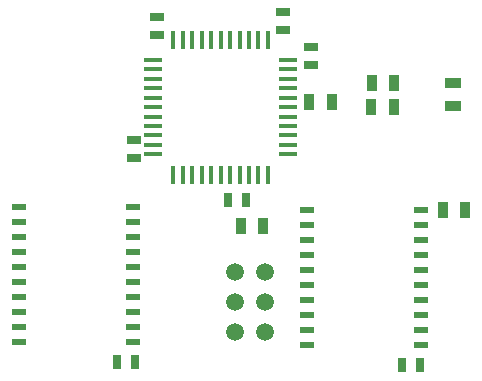
<source format=gbp>
G04 (created by PCBNEW-RS274X (2012-07-14 BZR 3647)-testing) date Sun 15 Jul 2012 11:18:50 PM EEST*
%MOIN*%
G04 Gerber Fmt 3.4, Leading zero omitted, Abs format*
%FSLAX34Y34*%
G01*
G70*
G90*
G04 APERTURE LIST*
%ADD10C,0.006*%
%ADD11R,0.05X0.02*%
%ADD12R,0.035X0.055*%
%ADD13R,0.025X0.045*%
%ADD14R,0.045X0.025*%
%ADD15R,0.016X0.06*%
%ADD16R,0.06X0.016*%
%ADD17R,0.055X0.035*%
%ADD18C,0.0591*%
G04 APERTURE END LIST*
G54D10*
G54D11*
X66172Y-65644D03*
X66172Y-66144D03*
X66172Y-66644D03*
X66172Y-67144D03*
X66172Y-67644D03*
X66172Y-68144D03*
X66172Y-68644D03*
X66172Y-69144D03*
X66172Y-69644D03*
X66172Y-70144D03*
X62372Y-70144D03*
X62372Y-69644D03*
X62372Y-69144D03*
X62372Y-68644D03*
X62372Y-68144D03*
X62372Y-67644D03*
X62372Y-67144D03*
X62372Y-66644D03*
X62372Y-66144D03*
X62372Y-65644D03*
X56585Y-65545D03*
X56585Y-66045D03*
X56585Y-66545D03*
X56585Y-67045D03*
X56585Y-67545D03*
X56585Y-68045D03*
X56585Y-68545D03*
X56585Y-69045D03*
X56585Y-69545D03*
X56585Y-70045D03*
X52785Y-70045D03*
X52785Y-69545D03*
X52785Y-69045D03*
X52785Y-68545D03*
X52785Y-68045D03*
X52785Y-67545D03*
X52785Y-67045D03*
X52785Y-66545D03*
X52785Y-66045D03*
X52785Y-65545D03*
G54D12*
X66908Y-65669D03*
X67658Y-65669D03*
X65296Y-61417D03*
X64546Y-61417D03*
X65277Y-62224D03*
X64527Y-62224D03*
G54D13*
X66166Y-70827D03*
X65566Y-70827D03*
X56639Y-70709D03*
X56039Y-70709D03*
G54D14*
X56614Y-63322D03*
X56614Y-63922D03*
G54D15*
X59508Y-59974D03*
X59823Y-59974D03*
X60138Y-59974D03*
X60453Y-59974D03*
X60768Y-59974D03*
X61083Y-59974D03*
X59193Y-59974D03*
X58878Y-59974D03*
X58563Y-59974D03*
X58248Y-59974D03*
X57933Y-59974D03*
X59508Y-64474D03*
X59823Y-64474D03*
X60138Y-64474D03*
X60453Y-64474D03*
X60768Y-64474D03*
X61083Y-64474D03*
X59193Y-64474D03*
X58878Y-64474D03*
X58563Y-64474D03*
X58248Y-64474D03*
X57933Y-64474D03*
G54D16*
X61758Y-62224D03*
X57258Y-62224D03*
X61758Y-62539D03*
X57258Y-62539D03*
X57258Y-62854D03*
X61758Y-62854D03*
X61758Y-63169D03*
X57258Y-63169D03*
X57258Y-63484D03*
X61758Y-63484D03*
X61758Y-63799D03*
X57258Y-63799D03*
X57258Y-61909D03*
X61758Y-61909D03*
X61758Y-61594D03*
X57258Y-61594D03*
X57258Y-61279D03*
X61758Y-61279D03*
X61758Y-60964D03*
X57258Y-60964D03*
X57258Y-60649D03*
X61758Y-60649D03*
G54D12*
X60926Y-66181D03*
X60176Y-66181D03*
G54D17*
X67244Y-61436D03*
X67244Y-62186D03*
G54D12*
X62460Y-62047D03*
X63210Y-62047D03*
G54D14*
X57402Y-59808D03*
X57402Y-59208D03*
X62520Y-60812D03*
X62520Y-60212D03*
X61594Y-59670D03*
X61594Y-59070D03*
G54D18*
X60972Y-67720D03*
X59972Y-67720D03*
X60972Y-68720D03*
X59972Y-68720D03*
X60972Y-69720D03*
X59972Y-69720D03*
G54D13*
X60359Y-65315D03*
X59759Y-65315D03*
M02*

</source>
